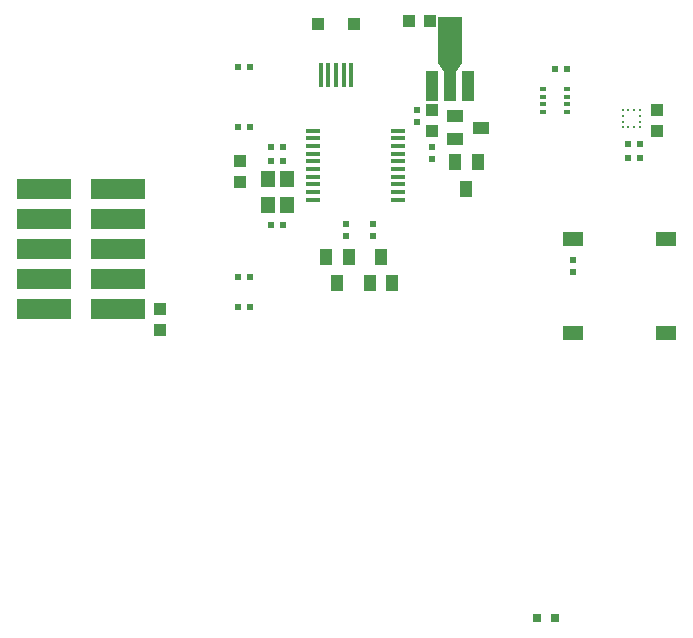
<source format=gbr>
G04 #@! TF.GenerationSoftware,KiCad,Pcbnew,5.1.5+dfsg1-2build2*
G04 #@! TF.CreationDate,2021-03-17T14:18:53+02:00*
G04 #@! TF.ProjectId,LoRa-STM32WL-DevKit_RevA,4c6f5261-2d53-4544-9d33-32574c2d4465,rev?*
G04 #@! TF.SameCoordinates,Original*
G04 #@! TF.FileFunction,Paste,Top*
G04 #@! TF.FilePolarity,Positive*
%FSLAX46Y46*%
G04 Gerber Fmt 4.6, Leading zero omitted, Abs format (unit mm)*
G04 Created by KiCad (PCBNEW 5.1.5+dfsg1-2build2) date 2021-03-17 14:18:53*
%MOMM*%
%LPD*%
G04 APERTURE LIST*
%ADD10R,1.270000X0.325000*%
%ADD11R,1.100000X1.000000*%
%ADD12R,0.400000X2.150000*%
%ADD13R,0.250000X0.275000*%
%ADD14R,0.275000X0.250000*%
%ADD15R,0.500000X0.325000*%
%ADD16C,0.100000*%
%ADD17R,1.998980X4.000500*%
%ADD18R,1.000760X2.501900*%
%ADD19R,1.778000X1.270000*%
%ADD20R,0.500000X0.550000*%
%ADD21R,0.550000X0.500000*%
%ADD22R,1.000000X1.400000*%
%ADD23R,1.200000X1.400000*%
%ADD24R,0.800000X0.800000*%
%ADD25R,1.400000X1.000000*%
%ADD26R,1.016000X1.016000*%
G04 APERTURE END LIST*
D10*
X81851500Y-97151000D03*
X81851500Y-97801000D03*
X81851500Y-98451000D03*
X81851500Y-99101000D03*
X81851500Y-99751000D03*
X81851500Y-100401000D03*
X81851500Y-101051000D03*
X81851500Y-101701000D03*
X81851500Y-102351000D03*
X81851500Y-103001000D03*
X89090500Y-103001000D03*
X89090500Y-102351000D03*
X89090500Y-101701000D03*
X89090500Y-101051000D03*
X89090500Y-100401000D03*
X89090500Y-99751000D03*
X89090500Y-99101000D03*
X89090500Y-98451000D03*
X89090500Y-97801000D03*
X89090500Y-97151000D03*
D11*
X82320000Y-88122000D03*
X85320000Y-88122000D03*
D12*
X82520000Y-92432000D03*
X83170000Y-92432000D03*
X83820000Y-92432000D03*
X84470000Y-92432000D03*
X85120000Y-92432000D03*
D13*
X108589000Y-95389000D03*
X109089000Y-95389000D03*
D14*
X109589000Y-95389000D03*
X109589000Y-95889000D03*
X109589000Y-96389000D03*
X109589000Y-96889000D03*
D13*
X109089000Y-96889000D03*
X108589000Y-96889000D03*
D14*
X108089000Y-96889000D03*
X108089000Y-96389000D03*
X108089000Y-95889000D03*
X108089000Y-95389000D03*
D15*
X101337000Y-93640000D03*
X101337000Y-94290000D03*
X101337000Y-94940000D03*
X101337000Y-95590000D03*
X103387000Y-95590000D03*
X103387000Y-94940000D03*
X103387000Y-94290000D03*
X103387000Y-93640000D03*
D16*
G36*
X67630000Y-113118000D02*
G01*
X63080000Y-113118000D01*
X63080000Y-111418000D01*
X67630000Y-111418000D01*
X67630000Y-113118000D01*
G37*
G36*
X67630000Y-110578000D02*
G01*
X63080000Y-110578000D01*
X63080000Y-108878000D01*
X67630000Y-108878000D01*
X67630000Y-110578000D01*
G37*
G36*
X67630000Y-108038000D02*
G01*
X63080000Y-108038000D01*
X63080000Y-106338000D01*
X67630000Y-106338000D01*
X67630000Y-108038000D01*
G37*
G36*
X67630000Y-105498000D02*
G01*
X63080000Y-105498000D01*
X63080000Y-103798000D01*
X67630000Y-103798000D01*
X67630000Y-105498000D01*
G37*
G36*
X67630000Y-102958000D02*
G01*
X63080000Y-102958000D01*
X63080000Y-101258000D01*
X67630000Y-101258000D01*
X67630000Y-102958000D01*
G37*
G36*
X61380000Y-102958000D02*
G01*
X56830000Y-102958000D01*
X56830000Y-101258000D01*
X61380000Y-101258000D01*
X61380000Y-102958000D01*
G37*
G36*
X61380000Y-105498000D02*
G01*
X56830000Y-105498000D01*
X56830000Y-103798000D01*
X61380000Y-103798000D01*
X61380000Y-105498000D01*
G37*
G36*
X61380000Y-113118000D02*
G01*
X56830000Y-113118000D01*
X56830000Y-111418000D01*
X61380000Y-111418000D01*
X61380000Y-113118000D01*
G37*
G36*
X61380000Y-110578000D02*
G01*
X56830000Y-110578000D01*
X56830000Y-108878000D01*
X61380000Y-108878000D01*
X61380000Y-110578000D01*
G37*
G36*
X61380000Y-108038000D02*
G01*
X56830000Y-108038000D01*
X56830000Y-106338000D01*
X61380000Y-106338000D01*
X61380000Y-108038000D01*
G37*
G36*
X94472760Y-91433650D02*
G01*
X93972380Y-92182950D01*
X92971620Y-92182950D01*
X92471240Y-91433650D01*
X94472760Y-91433650D01*
G37*
D17*
X93472000Y-89458800D03*
D18*
X94973140Y-93411040D03*
X93472000Y-93411040D03*
X91970860Y-93411040D03*
D19*
X111760000Y-106299000D03*
X103886000Y-106299000D03*
X111760000Y-114300000D03*
X103886000Y-114300000D03*
D20*
X75565000Y-109524800D03*
X76581000Y-109524800D03*
X75565000Y-112064800D03*
X76581000Y-112064800D03*
X108585000Y-99441000D03*
X109601000Y-99441000D03*
X79375000Y-98552000D03*
X78359000Y-98552000D03*
X76581000Y-91757500D03*
X75565000Y-91757500D03*
X76581000Y-96837500D03*
X75565000Y-96837500D03*
D21*
X84709000Y-105029000D03*
X84709000Y-106045000D03*
X86995000Y-105029000D03*
X86995000Y-106045000D03*
X90678000Y-96393000D03*
X90678000Y-95377000D03*
X91948000Y-98552000D03*
X91948000Y-99568000D03*
D22*
X86680040Y-110073440D03*
X88582500Y-110073440D03*
X87627460Y-107863640D03*
X84896960Y-107858560D03*
X82994500Y-107858560D03*
X83949540Y-110068360D03*
D23*
X79667000Y-101262000D03*
X78067000Y-103462000D03*
X79667000Y-103462000D03*
X78067000Y-101262000D03*
D24*
X102362000Y-138430000D03*
X100838000Y-138430000D03*
D25*
X93888560Y-95951040D03*
X93888560Y-97853500D03*
X96098360Y-96898460D03*
D22*
X95818960Y-99857560D03*
X93916500Y-99857560D03*
X94871540Y-102067360D03*
D21*
X103886000Y-109093000D03*
X103886000Y-108077000D03*
D26*
X68961000Y-112268000D03*
X68961000Y-114046000D03*
D20*
X103378000Y-91948000D03*
X102362000Y-91948000D03*
D26*
X75692000Y-99695000D03*
X75692000Y-101473000D03*
D20*
X109601000Y-98298000D03*
X108585000Y-98298000D03*
D26*
X110998000Y-97155000D03*
X110998000Y-95377000D03*
X91948000Y-95377000D03*
X91948000Y-97155000D03*
D20*
X78359000Y-105156000D03*
X79375000Y-105156000D03*
X79375000Y-99695000D03*
X78359000Y-99695000D03*
D26*
X91821000Y-87884000D03*
X90043000Y-87884000D03*
M02*

</source>
